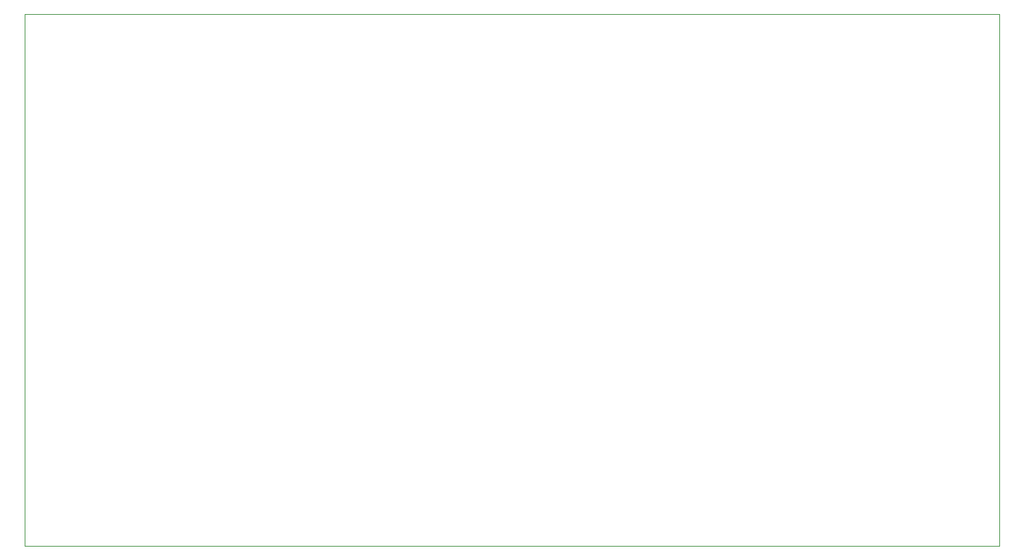
<source format=gbr>
%TF.GenerationSoftware,KiCad,Pcbnew,7.0.1*%
%TF.CreationDate,2023-08-13T16:19:12-06:00*%
%TF.ProjectId,USB_curve_tracer,5553425f-6375-4727-9665-5f7472616365,2*%
%TF.SameCoordinates,Original*%
%TF.FileFunction,Profile,NP*%
%FSLAX46Y46*%
G04 Gerber Fmt 4.6, Leading zero omitted, Abs format (unit mm)*
G04 Created by KiCad (PCBNEW 7.0.1) date 2023-08-13 16:19:12*
%MOMM*%
%LPD*%
G01*
G04 APERTURE LIST*
%TA.AperFunction,Profile*%
%ADD10C,0.100000*%
%TD*%
G04 APERTURE END LIST*
D10*
X200000000Y-69000000D02*
X200000000Y-133000000D01*
X200000000Y-133000000D02*
X83000000Y-133000000D01*
X83000000Y-133000000D02*
X83000000Y-69000000D01*
X83000000Y-69000000D02*
X200000000Y-69000000D01*
M02*

</source>
